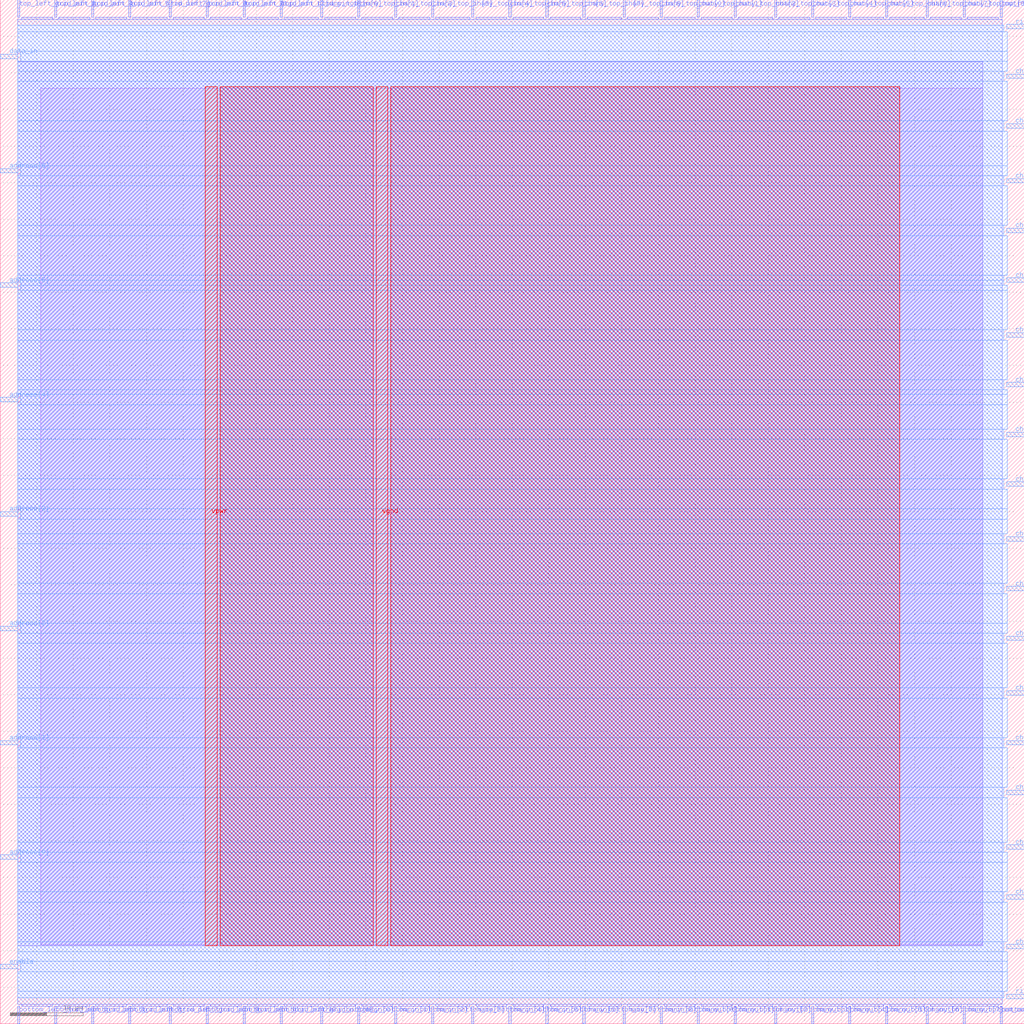
<source format=lef>
VERSION 5.7 ;
  NOWIREEXTENSIONATPIN ON ;
  DIVIDERCHAR "/" ;
  BUSBITCHARS "[]" ;
MACRO sb_0__1_
  CLASS BLOCK ;
  FOREIGN sb_0__1_ ;
  ORIGIN 0.000 0.000 ;
  SIZE 140.000 BY 140.000 ;
  PIN address[0]
    DIRECTION INPUT ;
    PORT
      LAYER met3 ;
        RECT 0.000 22.480 2.400 23.080 ;
    END
  END address[0]
  PIN address[1]
    DIRECTION INPUT ;
    PORT
      LAYER met3 ;
        RECT 0.000 38.120 2.400 38.720 ;
    END
  END address[1]
  PIN address[2]
    DIRECTION INPUT ;
    PORT
      LAYER met3 ;
        RECT 0.000 53.760 2.400 54.360 ;
    END
  END address[2]
  PIN address[3]
    DIRECTION INPUT ;
    PORT
      LAYER met3 ;
        RECT 0.000 69.400 2.400 70.000 ;
    END
  END address[3]
  PIN address[4]
    DIRECTION INPUT ;
    PORT
      LAYER met3 ;
        RECT 0.000 85.040 2.400 85.640 ;
    END
  END address[4]
  PIN address[5]
    DIRECTION INPUT ;
    PORT
      LAYER met3 ;
        RECT 0.000 100.680 2.400 101.280 ;
    END
  END address[5]
  PIN address[6]
    DIRECTION INPUT ;
    PORT
      LAYER met3 ;
        RECT 0.000 116.320 2.400 116.920 ;
    END
  END address[6]
  PIN bottom_left_grid_pin_11_
    DIRECTION INPUT ;
    PORT
      LAYER met2 ;
        RECT 28.150 0.000 28.430 2.400 ;
    END
  END bottom_left_grid_pin_11_
  PIN bottom_left_grid_pin_13_
    DIRECTION INPUT ;
    PORT
      LAYER met2 ;
        RECT 33.210 0.000 33.490 2.400 ;
    END
  END bottom_left_grid_pin_13_
  PIN bottom_left_grid_pin_15_
    DIRECTION INPUT ;
    PORT
      LAYER met2 ;
        RECT 38.270 0.000 38.550 2.400 ;
    END
  END bottom_left_grid_pin_15_
  PIN bottom_left_grid_pin_1_
    DIRECTION INPUT ;
    PORT
      LAYER met2 ;
        RECT 2.390 0.000 2.670 2.400 ;
    END
  END bottom_left_grid_pin_1_
  PIN bottom_left_grid_pin_3_
    DIRECTION INPUT ;
    PORT
      LAYER met2 ;
        RECT 7.450 0.000 7.730 2.400 ;
    END
  END bottom_left_grid_pin_3_
  PIN bottom_left_grid_pin_5_
    DIRECTION INPUT ;
    PORT
      LAYER met2 ;
        RECT 12.510 0.000 12.790 2.400 ;
    END
  END bottom_left_grid_pin_5_
  PIN bottom_left_grid_pin_7_
    DIRECTION INPUT ;
    PORT
      LAYER met2 ;
        RECT 17.570 0.000 17.850 2.400 ;
    END
  END bottom_left_grid_pin_7_
  PIN bottom_left_grid_pin_9_
    DIRECTION INPUT ;
    PORT
      LAYER met2 ;
        RECT 23.090 0.000 23.370 2.400 ;
    END
  END bottom_left_grid_pin_9_
  PIN bottom_right_grid_pin_11_
    DIRECTION INPUT ;
    PORT
      LAYER met2 ;
        RECT 136.710 0.000 136.990 2.400 ;
    END
  END bottom_right_grid_pin_11_
  PIN chanx_right_in[0]
    DIRECTION INPUT ;
    PORT
      LAYER met3 ;
        RECT 137.600 73.480 140.000 74.080 ;
    END
  END chanx_right_in[0]
  PIN chanx_right_in[1]
    DIRECTION INPUT ;
    PORT
      LAYER met3 ;
        RECT 137.600 80.280 140.000 80.880 ;
    END
  END chanx_right_in[1]
  PIN chanx_right_in[2]
    DIRECTION INPUT ;
    PORT
      LAYER met3 ;
        RECT 137.600 87.080 140.000 87.680 ;
    END
  END chanx_right_in[2]
  PIN chanx_right_in[3]
    DIRECTION INPUT ;
    PORT
      LAYER met3 ;
        RECT 137.600 93.880 140.000 94.480 ;
    END
  END chanx_right_in[3]
  PIN chanx_right_in[4]
    DIRECTION INPUT ;
    PORT
      LAYER met3 ;
        RECT 137.600 101.360 140.000 101.960 ;
    END
  END chanx_right_in[4]
  PIN chanx_right_in[5]
    DIRECTION INPUT ;
    PORT
      LAYER met3 ;
        RECT 137.600 108.160 140.000 108.760 ;
    END
  END chanx_right_in[5]
  PIN chanx_right_in[6]
    DIRECTION INPUT ;
    PORT
      LAYER met3 ;
        RECT 137.600 114.960 140.000 115.560 ;
    END
  END chanx_right_in[6]
  PIN chanx_right_in[7]
    DIRECTION INPUT ;
    PORT
      LAYER met3 ;
        RECT 137.600 122.440 140.000 123.040 ;
    END
  END chanx_right_in[7]
  PIN chanx_right_in[8]
    DIRECTION INPUT ;
    PORT
      LAYER met3 ;
        RECT 137.600 129.240 140.000 129.840 ;
    END
  END chanx_right_in[8]
  PIN chanx_right_out[0]
    DIRECTION OUTPUT TRISTATE ;
    PORT
      LAYER met3 ;
        RECT 137.600 10.240 140.000 10.840 ;
    END
  END chanx_right_out[0]
  PIN chanx_right_out[1]
    DIRECTION OUTPUT TRISTATE ;
    PORT
      LAYER met3 ;
        RECT 137.600 17.040 140.000 17.640 ;
    END
  END chanx_right_out[1]
  PIN chanx_right_out[2]
    DIRECTION OUTPUT TRISTATE ;
    PORT
      LAYER met3 ;
        RECT 137.600 23.840 140.000 24.440 ;
    END
  END chanx_right_out[2]
  PIN chanx_right_out[3]
    DIRECTION OUTPUT TRISTATE ;
    PORT
      LAYER met3 ;
        RECT 137.600 31.320 140.000 31.920 ;
    END
  END chanx_right_out[3]
  PIN chanx_right_out[4]
    DIRECTION OUTPUT TRISTATE ;
    PORT
      LAYER met3 ;
        RECT 137.600 38.120 140.000 38.720 ;
    END
  END chanx_right_out[4]
  PIN chanx_right_out[5]
    DIRECTION OUTPUT TRISTATE ;
    PORT
      LAYER met3 ;
        RECT 137.600 44.920 140.000 45.520 ;
    END
  END chanx_right_out[5]
  PIN chanx_right_out[6]
    DIRECTION OUTPUT TRISTATE ;
    PORT
      LAYER met3 ;
        RECT 137.600 52.400 140.000 53.000 ;
    END
  END chanx_right_out[6]
  PIN chanx_right_out[7]
    DIRECTION OUTPUT TRISTATE ;
    PORT
      LAYER met3 ;
        RECT 137.600 59.200 140.000 59.800 ;
    END
  END chanx_right_out[7]
  PIN chanx_right_out[8]
    DIRECTION OUTPUT TRISTATE ;
    PORT
      LAYER met3 ;
        RECT 137.600 66.000 140.000 66.600 ;
    END
  END chanx_right_out[8]
  PIN chany_bottom_in[0]
    DIRECTION INPUT ;
    PORT
      LAYER met2 ;
        RECT 43.790 0.000 44.070 2.400 ;
    END
  END chany_bottom_in[0]
  PIN chany_bottom_in[1]
    DIRECTION INPUT ;
    PORT
      LAYER met2 ;
        RECT 48.850 0.000 49.130 2.400 ;
    END
  END chany_bottom_in[1]
  PIN chany_bottom_in[2]
    DIRECTION INPUT ;
    PORT
      LAYER met2 ;
        RECT 53.910 0.000 54.190 2.400 ;
    END
  END chany_bottom_in[2]
  PIN chany_bottom_in[3]
    DIRECTION INPUT ;
    PORT
      LAYER met2 ;
        RECT 58.970 0.000 59.250 2.400 ;
    END
  END chany_bottom_in[3]
  PIN chany_bottom_in[4]
    DIRECTION INPUT ;
    PORT
      LAYER met2 ;
        RECT 64.490 0.000 64.770 2.400 ;
    END
  END chany_bottom_in[4]
  PIN chany_bottom_in[5]
    DIRECTION INPUT ;
    PORT
      LAYER met2 ;
        RECT 69.550 0.000 69.830 2.400 ;
    END
  END chany_bottom_in[5]
  PIN chany_bottom_in[6]
    DIRECTION INPUT ;
    PORT
      LAYER met2 ;
        RECT 74.610 0.000 74.890 2.400 ;
    END
  END chany_bottom_in[6]
  PIN chany_bottom_in[7]
    DIRECTION INPUT ;
    PORT
      LAYER met2 ;
        RECT 79.670 0.000 79.950 2.400 ;
    END
  END chany_bottom_in[7]
  PIN chany_bottom_in[8]
    DIRECTION INPUT ;
    PORT
      LAYER met2 ;
        RECT 85.190 0.000 85.470 2.400 ;
    END
  END chany_bottom_in[8]
  PIN chany_bottom_out[0]
    DIRECTION OUTPUT TRISTATE ;
    PORT
      LAYER met2 ;
        RECT 90.250 0.000 90.530 2.400 ;
    END
  END chany_bottom_out[0]
  PIN chany_bottom_out[1]
    DIRECTION OUTPUT TRISTATE ;
    PORT
      LAYER met2 ;
        RECT 95.310 0.000 95.590 2.400 ;
    END
  END chany_bottom_out[1]
  PIN chany_bottom_out[2]
    DIRECTION OUTPUT TRISTATE ;
    PORT
      LAYER met2 ;
        RECT 100.370 0.000 100.650 2.400 ;
    END
  END chany_bottom_out[2]
  PIN chany_bottom_out[3]
    DIRECTION OUTPUT TRISTATE ;
    PORT
      LAYER met2 ;
        RECT 105.890 0.000 106.170 2.400 ;
    END
  END chany_bottom_out[3]
  PIN chany_bottom_out[4]
    DIRECTION OUTPUT TRISTATE ;
    PORT
      LAYER met2 ;
        RECT 110.950 0.000 111.230 2.400 ;
    END
  END chany_bottom_out[4]
  PIN chany_bottom_out[5]
    DIRECTION OUTPUT TRISTATE ;
    PORT
      LAYER met2 ;
        RECT 116.010 0.000 116.290 2.400 ;
    END
  END chany_bottom_out[5]
  PIN chany_bottom_out[6]
    DIRECTION OUTPUT TRISTATE ;
    PORT
      LAYER met2 ;
        RECT 121.070 0.000 121.350 2.400 ;
    END
  END chany_bottom_out[6]
  PIN chany_bottom_out[7]
    DIRECTION OUTPUT TRISTATE ;
    PORT
      LAYER met2 ;
        RECT 126.590 0.000 126.870 2.400 ;
    END
  END chany_bottom_out[7]
  PIN chany_bottom_out[8]
    DIRECTION OUTPUT TRISTATE ;
    PORT
      LAYER met2 ;
        RECT 131.650 0.000 131.930 2.400 ;
    END
  END chany_bottom_out[8]
  PIN chany_top_in[0]
    DIRECTION INPUT ;
    PORT
      LAYER met2 ;
        RECT 43.790 137.600 44.070 140.000 ;
    END
  END chany_top_in[0]
  PIN chany_top_in[1]
    DIRECTION INPUT ;
    PORT
      LAYER met2 ;
        RECT 48.850 137.600 49.130 140.000 ;
    END
  END chany_top_in[1]
  PIN chany_top_in[2]
    DIRECTION INPUT ;
    PORT
      LAYER met2 ;
        RECT 53.910 137.600 54.190 140.000 ;
    END
  END chany_top_in[2]
  PIN chany_top_in[3]
    DIRECTION INPUT ;
    PORT
      LAYER met2 ;
        RECT 58.970 137.600 59.250 140.000 ;
    END
  END chany_top_in[3]
  PIN chany_top_in[4]
    DIRECTION INPUT ;
    PORT
      LAYER met2 ;
        RECT 64.490 137.600 64.770 140.000 ;
    END
  END chany_top_in[4]
  PIN chany_top_in[5]
    DIRECTION INPUT ;
    PORT
      LAYER met2 ;
        RECT 69.550 137.600 69.830 140.000 ;
    END
  END chany_top_in[5]
  PIN chany_top_in[6]
    DIRECTION INPUT ;
    PORT
      LAYER met2 ;
        RECT 74.610 137.600 74.890 140.000 ;
    END
  END chany_top_in[6]
  PIN chany_top_in[7]
    DIRECTION INPUT ;
    PORT
      LAYER met2 ;
        RECT 79.670 137.600 79.950 140.000 ;
    END
  END chany_top_in[7]
  PIN chany_top_in[8]
    DIRECTION INPUT ;
    PORT
      LAYER met2 ;
        RECT 85.190 137.600 85.470 140.000 ;
    END
  END chany_top_in[8]
  PIN chany_top_out[0]
    DIRECTION OUTPUT TRISTATE ;
    PORT
      LAYER met2 ;
        RECT 90.250 137.600 90.530 140.000 ;
    END
  END chany_top_out[0]
  PIN chany_top_out[1]
    DIRECTION OUTPUT TRISTATE ;
    PORT
      LAYER met2 ;
        RECT 95.310 137.600 95.590 140.000 ;
    END
  END chany_top_out[1]
  PIN chany_top_out[2]
    DIRECTION OUTPUT TRISTATE ;
    PORT
      LAYER met2 ;
        RECT 100.370 137.600 100.650 140.000 ;
    END
  END chany_top_out[2]
  PIN chany_top_out[3]
    DIRECTION OUTPUT TRISTATE ;
    PORT
      LAYER met2 ;
        RECT 105.890 137.600 106.170 140.000 ;
    END
  END chany_top_out[3]
  PIN chany_top_out[4]
    DIRECTION OUTPUT TRISTATE ;
    PORT
      LAYER met2 ;
        RECT 110.950 137.600 111.230 140.000 ;
    END
  END chany_top_out[4]
  PIN chany_top_out[5]
    DIRECTION OUTPUT TRISTATE ;
    PORT
      LAYER met2 ;
        RECT 116.010 137.600 116.290 140.000 ;
    END
  END chany_top_out[5]
  PIN chany_top_out[6]
    DIRECTION OUTPUT TRISTATE ;
    PORT
      LAYER met2 ;
        RECT 121.070 137.600 121.350 140.000 ;
    END
  END chany_top_out[6]
  PIN chany_top_out[7]
    DIRECTION OUTPUT TRISTATE ;
    PORT
      LAYER met2 ;
        RECT 126.590 137.600 126.870 140.000 ;
    END
  END chany_top_out[7]
  PIN chany_top_out[8]
    DIRECTION OUTPUT TRISTATE ;
    PORT
      LAYER met2 ;
        RECT 131.650 137.600 131.930 140.000 ;
    END
  END chany_top_out[8]
  PIN data_in
    DIRECTION INPUT ;
    PORT
      LAYER met3 ;
        RECT 0.000 131.960 2.400 132.560 ;
    END
  END data_in
  PIN enable
    DIRECTION INPUT ;
    PORT
      LAYER met3 ;
        RECT 0.000 7.520 2.400 8.120 ;
    END
  END enable
  PIN right_bottom_grid_pin_12_
    DIRECTION INPUT ;
    PORT
      LAYER met3 ;
        RECT 137.600 3.440 140.000 4.040 ;
    END
  END right_bottom_grid_pin_12_
  PIN right_top_grid_pin_10_
    DIRECTION INPUT ;
    PORT
      LAYER met3 ;
        RECT 137.600 136.040 140.000 136.640 ;
    END
  END right_top_grid_pin_10_
  PIN top_left_grid_pin_11_
    DIRECTION INPUT ;
    PORT
      LAYER met2 ;
        RECT 28.150 137.600 28.430 140.000 ;
    END
  END top_left_grid_pin_11_
  PIN top_left_grid_pin_13_
    DIRECTION INPUT ;
    PORT
      LAYER met2 ;
        RECT 33.210 137.600 33.490 140.000 ;
    END
  END top_left_grid_pin_13_
  PIN top_left_grid_pin_15_
    DIRECTION INPUT ;
    PORT
      LAYER met2 ;
        RECT 38.270 137.600 38.550 140.000 ;
    END
  END top_left_grid_pin_15_
  PIN top_left_grid_pin_1_
    DIRECTION INPUT ;
    PORT
      LAYER met2 ;
        RECT 2.390 137.600 2.670 140.000 ;
    END
  END top_left_grid_pin_1_
  PIN top_left_grid_pin_3_
    DIRECTION INPUT ;
    PORT
      LAYER met2 ;
        RECT 7.450 137.600 7.730 140.000 ;
    END
  END top_left_grid_pin_3_
  PIN top_left_grid_pin_5_
    DIRECTION INPUT ;
    PORT
      LAYER met2 ;
        RECT 12.510 137.600 12.790 140.000 ;
    END
  END top_left_grid_pin_5_
  PIN top_left_grid_pin_7_
    DIRECTION INPUT ;
    PORT
      LAYER met2 ;
        RECT 17.570 137.600 17.850 140.000 ;
    END
  END top_left_grid_pin_7_
  PIN top_left_grid_pin_9_
    DIRECTION INPUT ;
    PORT
      LAYER met2 ;
        RECT 23.090 137.600 23.370 140.000 ;
    END
  END top_left_grid_pin_9_
  PIN top_right_grid_pin_11_
    DIRECTION INPUT ;
    PORT
      LAYER met2 ;
        RECT 136.710 137.600 136.990 140.000 ;
    END
  END top_right_grid_pin_11_
  PIN vpwr
    DIRECTION INPUT ;
    PORT
      LAYER met4 ;
        RECT 28.055 10.640 29.655 128.080 ;
    END
  END vpwr
  PIN vgnd
    DIRECTION INPUT ;
    PORT
      LAYER met4 ;
        RECT 51.385 10.640 52.985 128.080 ;
    END
  END vgnd
  OBS
      LAYER li1 ;
        RECT 5.520 10.795 134.320 127.925 ;
      LAYER met1 ;
        RECT 2.370 10.640 134.320 131.540 ;
      LAYER met2 ;
        RECT 2.950 137.320 7.170 137.600 ;
        RECT 8.010 137.320 12.230 137.600 ;
        RECT 13.070 137.320 17.290 137.600 ;
        RECT 18.130 137.320 22.810 137.600 ;
        RECT 23.650 137.320 27.870 137.600 ;
        RECT 28.710 137.320 32.930 137.600 ;
        RECT 33.770 137.320 37.990 137.600 ;
        RECT 38.830 137.320 43.510 137.600 ;
        RECT 44.350 137.320 48.570 137.600 ;
        RECT 49.410 137.320 53.630 137.600 ;
        RECT 54.470 137.320 58.690 137.600 ;
        RECT 59.530 137.320 64.210 137.600 ;
        RECT 65.050 137.320 69.270 137.600 ;
        RECT 70.110 137.320 74.330 137.600 ;
        RECT 75.170 137.320 79.390 137.600 ;
        RECT 80.230 137.320 84.910 137.600 ;
        RECT 85.750 137.320 89.970 137.600 ;
        RECT 90.810 137.320 95.030 137.600 ;
        RECT 95.870 137.320 100.090 137.600 ;
        RECT 100.930 137.320 105.610 137.600 ;
        RECT 106.450 137.320 110.670 137.600 ;
        RECT 111.510 137.320 115.730 137.600 ;
        RECT 116.570 137.320 120.790 137.600 ;
        RECT 121.630 137.320 126.310 137.600 ;
        RECT 127.150 137.320 131.370 137.600 ;
        RECT 132.210 137.320 136.430 137.600 ;
        RECT 2.390 2.680 136.990 137.320 ;
        RECT 2.950 2.400 7.170 2.680 ;
        RECT 8.010 2.400 12.230 2.680 ;
        RECT 13.070 2.400 17.290 2.680 ;
        RECT 18.130 2.400 22.810 2.680 ;
        RECT 23.650 2.400 27.870 2.680 ;
        RECT 28.710 2.400 32.930 2.680 ;
        RECT 33.770 2.400 37.990 2.680 ;
        RECT 38.830 2.400 43.510 2.680 ;
        RECT 44.350 2.400 48.570 2.680 ;
        RECT 49.410 2.400 53.630 2.680 ;
        RECT 54.470 2.400 58.690 2.680 ;
        RECT 59.530 2.400 64.210 2.680 ;
        RECT 65.050 2.400 69.270 2.680 ;
        RECT 70.110 2.400 74.330 2.680 ;
        RECT 75.170 2.400 79.390 2.680 ;
        RECT 80.230 2.400 84.910 2.680 ;
        RECT 85.750 2.400 89.970 2.680 ;
        RECT 90.810 2.400 95.030 2.680 ;
        RECT 95.870 2.400 100.090 2.680 ;
        RECT 100.930 2.400 105.610 2.680 ;
        RECT 106.450 2.400 110.670 2.680 ;
        RECT 111.510 2.400 115.730 2.680 ;
        RECT 116.570 2.400 120.790 2.680 ;
        RECT 121.630 2.400 126.310 2.680 ;
        RECT 127.150 2.400 131.370 2.680 ;
        RECT 132.210 2.400 136.430 2.680 ;
      LAYER met3 ;
        RECT 2.365 135.640 137.200 136.505 ;
        RECT 2.365 132.960 137.690 135.640 ;
        RECT 2.800 131.560 137.690 132.960 ;
        RECT 2.365 130.240 137.690 131.560 ;
        RECT 2.365 128.840 137.200 130.240 ;
        RECT 2.365 123.440 137.690 128.840 ;
        RECT 2.365 122.040 137.200 123.440 ;
        RECT 2.365 117.320 137.690 122.040 ;
        RECT 2.800 115.960 137.690 117.320 ;
        RECT 2.800 115.920 137.200 115.960 ;
        RECT 2.365 114.560 137.200 115.920 ;
        RECT 2.365 109.160 137.690 114.560 ;
        RECT 2.365 107.760 137.200 109.160 ;
        RECT 2.365 102.360 137.690 107.760 ;
        RECT 2.365 101.680 137.200 102.360 ;
        RECT 2.800 100.960 137.200 101.680 ;
        RECT 2.800 100.280 137.690 100.960 ;
        RECT 2.365 94.880 137.690 100.280 ;
        RECT 2.365 93.480 137.200 94.880 ;
        RECT 2.365 88.080 137.690 93.480 ;
        RECT 2.365 86.680 137.200 88.080 ;
        RECT 2.365 86.040 137.690 86.680 ;
        RECT 2.800 84.640 137.690 86.040 ;
        RECT 2.365 81.280 137.690 84.640 ;
        RECT 2.365 79.880 137.200 81.280 ;
        RECT 2.365 74.480 137.690 79.880 ;
        RECT 2.365 73.080 137.200 74.480 ;
        RECT 2.365 70.400 137.690 73.080 ;
        RECT 2.800 69.000 137.690 70.400 ;
        RECT 2.365 67.000 137.690 69.000 ;
        RECT 2.365 65.600 137.200 67.000 ;
        RECT 2.365 60.200 137.690 65.600 ;
        RECT 2.365 58.800 137.200 60.200 ;
        RECT 2.365 54.760 137.690 58.800 ;
        RECT 2.800 53.400 137.690 54.760 ;
        RECT 2.800 53.360 137.200 53.400 ;
        RECT 2.365 52.000 137.200 53.360 ;
        RECT 2.365 45.920 137.690 52.000 ;
        RECT 2.365 44.520 137.200 45.920 ;
        RECT 2.365 39.120 137.690 44.520 ;
        RECT 2.800 37.720 137.200 39.120 ;
        RECT 2.365 32.320 137.690 37.720 ;
        RECT 2.365 30.920 137.200 32.320 ;
        RECT 2.365 24.840 137.690 30.920 ;
        RECT 2.365 23.480 137.200 24.840 ;
        RECT 2.800 23.440 137.200 23.480 ;
        RECT 2.800 22.080 137.690 23.440 ;
        RECT 2.365 18.040 137.690 22.080 ;
        RECT 2.365 16.640 137.200 18.040 ;
        RECT 2.365 11.240 137.690 16.640 ;
        RECT 2.365 9.840 137.200 11.240 ;
        RECT 2.365 8.520 137.690 9.840 ;
        RECT 2.800 7.120 137.690 8.520 ;
        RECT 2.365 4.440 137.690 7.120 ;
        RECT 2.365 3.575 137.200 4.440 ;
      LAYER met4 ;
        RECT 30.055 10.640 50.985 128.080 ;
        RECT 53.385 10.640 122.985 128.080 ;
  END
END sb_0__1_
END LIBRARY


</source>
